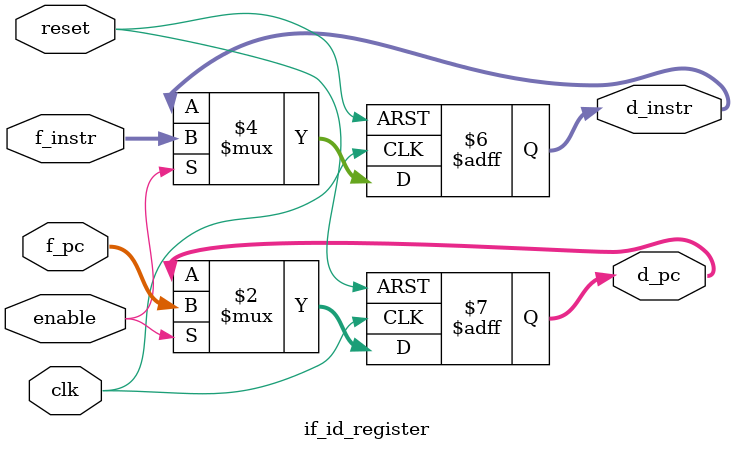
<source format=sv>
module if_id_register(  input   logic           clk, reset,
                        input   logic           enable,
                        input   logic[31:0]     f_instr, f_pc,
                        output  logic[31:0]     d_instr, d_pc);


    always_ff @(posedge clk or posedge reset)
        if (reset) begin
	    d_instr <= 1'b0;
            d_pc<= 1'b0;
	end
	else if (enable) begin
            d_instr <= f_instr;
	    d_pc <= f_pc;
	end
	
endmodule

</source>
